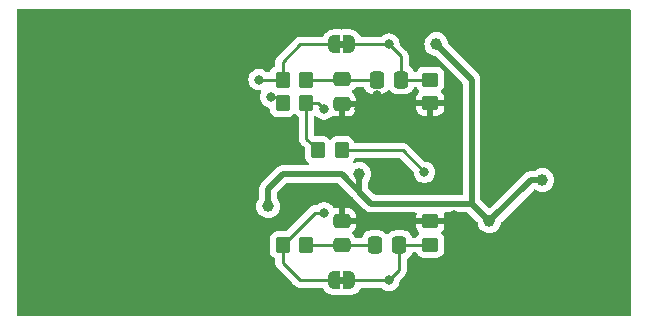
<source format=gbl>
%TF.GenerationSoftware,KiCad,Pcbnew,7.0.5*%
%TF.CreationDate,2024-03-22T22:58:55+01:00*%
%TF.ProjectId,anemometer,616e656d-6f6d-4657-9465-722e6b696361,rev?*%
%TF.SameCoordinates,Original*%
%TF.FileFunction,Copper,L2,Bot*%
%TF.FilePolarity,Positive*%
%FSLAX46Y46*%
G04 Gerber Fmt 4.6, Leading zero omitted, Abs format (unit mm)*
G04 Created by KiCad (PCBNEW 7.0.5) date 2024-03-22 22:58:55*
%MOMM*%
%LPD*%
G01*
G04 APERTURE LIST*
G04 Aperture macros list*
%AMRoundRect*
0 Rectangle with rounded corners*
0 $1 Rounding radius*
0 $2 $3 $4 $5 $6 $7 $8 $9 X,Y pos of 4 corners*
0 Add a 4 corners polygon primitive as box body*
4,1,4,$2,$3,$4,$5,$6,$7,$8,$9,$2,$3,0*
0 Add four circle primitives for the rounded corners*
1,1,$1+$1,$2,$3*
1,1,$1+$1,$4,$5*
1,1,$1+$1,$6,$7*
1,1,$1+$1,$8,$9*
0 Add four rect primitives between the rounded corners*
20,1,$1+$1,$2,$3,$4,$5,0*
20,1,$1+$1,$4,$5,$6,$7,0*
20,1,$1+$1,$6,$7,$8,$9,0*
20,1,$1+$1,$8,$9,$2,$3,0*%
%AMFreePoly0*
4,1,19,0.500000,-0.750000,0.000000,-0.750000,0.000000,-0.744911,-0.071157,-0.744911,-0.207708,-0.704816,-0.327430,-0.627875,-0.420627,-0.520320,-0.479746,-0.390866,-0.500000,-0.250000,-0.500000,0.250000,-0.479746,0.390866,-0.420627,0.520320,-0.327430,0.627875,-0.207708,0.704816,-0.071157,0.744911,0.000000,0.744911,0.000000,0.750000,0.500000,0.750000,0.500000,-0.750000,0.500000,-0.750000,
$1*%
%AMFreePoly1*
4,1,19,0.000000,0.744911,0.071157,0.744911,0.207708,0.704816,0.327430,0.627875,0.420627,0.520320,0.479746,0.390866,0.500000,0.250000,0.500000,-0.250000,0.479746,-0.390866,0.420627,-0.520320,0.327430,-0.627875,0.207708,-0.704816,0.071157,-0.744911,0.000000,-0.744911,0.000000,-0.750000,-0.500000,-0.750000,-0.500000,0.750000,0.000000,0.750000,0.000000,0.744911,0.000000,0.744911,
$1*%
G04 Aperture macros list end*
%TA.AperFunction,SMDPad,CuDef*%
%ADD10RoundRect,0.250000X0.475000X-0.337500X0.475000X0.337500X-0.475000X0.337500X-0.475000X-0.337500X0*%
%TD*%
%TA.AperFunction,SMDPad,CuDef*%
%ADD11RoundRect,0.250000X0.450000X-0.350000X0.450000X0.350000X-0.450000X0.350000X-0.450000X-0.350000X0*%
%TD*%
%TA.AperFunction,SMDPad,CuDef*%
%ADD12FreePoly0,0.000000*%
%TD*%
%TA.AperFunction,SMDPad,CuDef*%
%ADD13FreePoly1,0.000000*%
%TD*%
%TA.AperFunction,SMDPad,CuDef*%
%ADD14RoundRect,0.250000X0.350000X0.450000X-0.350000X0.450000X-0.350000X-0.450000X0.350000X-0.450000X0*%
%TD*%
%TA.AperFunction,SMDPad,CuDef*%
%ADD15RoundRect,0.250000X0.337500X0.475000X-0.337500X0.475000X-0.337500X-0.475000X0.337500X-0.475000X0*%
%TD*%
%TA.AperFunction,SMDPad,CuDef*%
%ADD16RoundRect,0.250000X-0.350000X-0.450000X0.350000X-0.450000X0.350000X0.450000X-0.350000X0.450000X0*%
%TD*%
%TA.AperFunction,SMDPad,CuDef*%
%ADD17RoundRect,0.250000X-0.450000X0.350000X-0.450000X-0.350000X0.450000X-0.350000X0.450000X0.350000X0*%
%TD*%
%TA.AperFunction,SMDPad,CuDef*%
%ADD18RoundRect,0.250000X-0.475000X0.337500X-0.475000X-0.337500X0.475000X-0.337500X0.475000X0.337500X0*%
%TD*%
%TA.AperFunction,ViaPad*%
%ADD19C,0.800000*%
%TD*%
%TA.AperFunction,ViaPad*%
%ADD20C,1.000000*%
%TD*%
%TA.AperFunction,Conductor*%
%ADD21C,0.250000*%
%TD*%
%TA.AperFunction,Conductor*%
%ADD22C,0.500000*%
%TD*%
%ADD23C,0.350000*%
G04 APERTURE END LIST*
%TA.AperFunction,EtchedComponent*%
%TO.C,EN_Filter1*%
G36*
X96250000Y-102300000D02*
G01*
X95750000Y-102300000D01*
X95750000Y-101700000D01*
X96250000Y-101700000D01*
X96250000Y-102300000D01*
G37*
%TD.AperFunction*%
%TA.AperFunction,EtchedComponent*%
%TO.C,EN_Filter2*%
G36*
X96250000Y-82300000D02*
G01*
X95750000Y-82300000D01*
X95750000Y-81700000D01*
X96250000Y-81700000D01*
X96250000Y-82300000D01*
G37*
%TD.AperFunction*%
%TD*%
D10*
%TO.P,C4,1*%
%TO.N,Net-(C3-Pad2)*%
X96000000Y-99037500D03*
%TO.P,C4,2*%
%TO.N,GND*%
X96000000Y-96962500D03*
%TD*%
D11*
%TO.P,R8,1*%
%TO.N,Net-(EN_Filter1-B)*%
X103500000Y-99000000D03*
%TO.P,R8,2*%
%TO.N,GND*%
X103500000Y-97000000D03*
%TD*%
D12*
%TO.P,EN_Filter1,1,A*%
%TO.N,Net-(EN_Filter1-A)*%
X95350000Y-102000000D03*
D13*
%TO.P,EN_Filter1,2,B*%
%TO.N,Net-(EN_Filter1-B)*%
X96650000Y-102000000D03*
%TD*%
D14*
%TO.P,R14,1*%
%TO.N,Net-(C5-Pad2)*%
X93000000Y-85000000D03*
%TO.P,R14,2*%
%TO.N,Net-(EN_Filter2-A)*%
X91000000Y-85000000D03*
%TD*%
D15*
%TO.P,C3,1*%
%TO.N,Net-(EN_Filter1-B)*%
X100887500Y-99000000D03*
%TO.P,C3,2*%
%TO.N,Net-(C3-Pad2)*%
X98812500Y-99000000D03*
%TD*%
D16*
%TO.P,R16,1*%
%TO.N,Net-(EN_Filter2-A)*%
X91000000Y-87000000D03*
%TO.P,R16,2*%
%TO.N,Net-(S2_EN2-A)*%
X93000000Y-87000000D03*
%TD*%
%TO.P,R12,1*%
%TO.N,Net-(S2_EN2-A)*%
X94000000Y-91000000D03*
%TO.P,R12,2*%
%TO.N,Sig1*%
X96000000Y-91000000D03*
%TD*%
D17*
%TO.P,R15,1*%
%TO.N,Net-(EN_Filter2-B)*%
X103500000Y-85000000D03*
%TO.P,R15,2*%
%TO.N,GND*%
X103500000Y-87000000D03*
%TD*%
D18*
%TO.P,C6,1*%
%TO.N,Net-(C5-Pad2)*%
X96000000Y-84962500D03*
%TO.P,C6,2*%
%TO.N,GND*%
X96000000Y-87037500D03*
%TD*%
D12*
%TO.P,EN_Filter2,1,A*%
%TO.N,Net-(EN_Filter2-A)*%
X95350000Y-82000000D03*
D13*
%TO.P,EN_Filter2,2,B*%
%TO.N,Net-(EN_Filter2-B)*%
X96650000Y-82000000D03*
%TD*%
D14*
%TO.P,R7,1*%
%TO.N,Net-(C3-Pad2)*%
X93000000Y-99000000D03*
%TO.P,R7,2*%
%TO.N,Net-(EN_Filter1-A)*%
X91000000Y-99000000D03*
%TD*%
D15*
%TO.P,C5,1*%
%TO.N,Net-(EN_Filter2-B)*%
X101037500Y-85000000D03*
%TO.P,C5,2*%
%TO.N,Net-(C5-Pad2)*%
X98962500Y-85000000D03*
%TD*%
D19*
%TO.N,GND*%
X104000000Y-90000000D03*
X86500000Y-88500000D03*
X72000000Y-89000000D03*
X90000000Y-90500000D03*
X104000000Y-88500000D03*
X85000000Y-86000000D03*
X89500000Y-100500000D03*
X115000000Y-99000000D03*
X89500000Y-99000000D03*
X104500000Y-100500000D03*
X105000000Y-98000000D03*
X103000000Y-88500000D03*
X113500000Y-90500000D03*
X99000000Y-86324500D03*
X90000000Y-89500000D03*
X105500000Y-96500000D03*
X72500000Y-87500000D03*
X115000000Y-97000000D03*
X75500000Y-85500000D03*
X99000000Y-87500000D03*
X90168062Y-97331938D03*
X74500000Y-97500000D03*
X113000000Y-97000000D03*
X97500000Y-87500000D03*
X72000000Y-96500000D03*
X72000000Y-90500000D03*
X74500000Y-87000000D03*
X103000000Y-90000000D03*
X73000000Y-97500000D03*
X86000000Y-85000000D03*
X85500000Y-89000000D03*
X97472126Y-86280670D03*
X84000000Y-87000000D03*
X79000000Y-96000000D03*
%TO.N,Net-(EN_Filter1-B)*%
X100000000Y-102000000D03*
%TO.N,Net-(EN_Filter2-B)*%
X100000000Y-82000000D03*
D20*
%TO.N,+5V*%
X108500000Y-97000000D03*
X89768750Y-95731250D03*
X113000000Y-93500000D03*
X104000000Y-82000000D03*
X97500000Y-93000000D03*
D19*
%TO.N,Net-(EN_Filter1-A)*%
X94500000Y-96275500D03*
%TO.N,Net-(EN_Filter2-A)*%
X89000000Y-85000000D03*
X90000000Y-86487701D03*
%TO.N,Net-(S2_EN2-A)*%
X94500000Y-87500000D03*
%TO.N,Sig1*%
X103000000Y-92849500D03*
%TD*%
D21*
%TO.N,Net-(C3-Pad2)*%
X95812500Y-99000000D02*
X95850000Y-98962500D01*
X95887500Y-99000000D02*
X95850000Y-98962500D01*
X93000000Y-99000000D02*
X98812500Y-99000000D01*
%TO.N,Net-(EN_Filter1-B)*%
X100887500Y-101112500D02*
X100887500Y-99000000D01*
X100000000Y-102000000D02*
X100887500Y-101112500D01*
X103500000Y-99000000D02*
X100887500Y-99000000D01*
X100000000Y-102000000D02*
X96650000Y-102000000D01*
%TO.N,Net-(C5-Pad2)*%
X98618750Y-85000000D02*
X95731250Y-85000000D01*
X95731250Y-85000000D02*
X95693750Y-84962500D01*
X95656250Y-85000000D02*
X95693750Y-84962500D01*
X92693750Y-85000000D02*
X95656250Y-85000000D01*
%TO.N,Net-(EN_Filter2-B)*%
X100000000Y-82000000D02*
X101037500Y-83037500D01*
X103693750Y-85000000D02*
X100693750Y-85000000D01*
X100000000Y-82000000D02*
X96650000Y-82000000D01*
X101037500Y-83037500D02*
X101037500Y-85000000D01*
D22*
%TO.N,+5V*%
X98000000Y-95000000D02*
X98500000Y-95500000D01*
X96000000Y-93000000D02*
X98000000Y-95000000D01*
X107000000Y-85000000D02*
X107000000Y-95500000D01*
X89768750Y-94231250D02*
X91000000Y-93000000D01*
X112000000Y-93500000D02*
X108500000Y-97000000D01*
X97500000Y-93000000D02*
X97500000Y-94500000D01*
X89768750Y-95731250D02*
X89768750Y-94231250D01*
X98500000Y-95500000D02*
X107000000Y-95500000D01*
X91000000Y-93000000D02*
X96000000Y-93000000D01*
X104000000Y-82000000D02*
X107000000Y-85000000D01*
X113000000Y-93500000D02*
X112000000Y-93500000D01*
X97500000Y-94500000D02*
X98000000Y-95000000D01*
X107000000Y-95500000D02*
X108500000Y-97000000D01*
D21*
%TO.N,Net-(EN_Filter1-A)*%
X95350000Y-102000000D02*
X92500000Y-102000000D01*
X94500000Y-96275500D02*
X93724500Y-96275500D01*
X92500000Y-102000000D02*
X91000000Y-100500000D01*
X93724500Y-96275500D02*
X91000000Y-99000000D01*
X91000000Y-100500000D02*
X91000000Y-99000000D01*
%TO.N,Net-(EN_Filter2-A)*%
X90000000Y-86487701D02*
X90487701Y-86487701D01*
X91000000Y-85000000D02*
X89000000Y-85000000D01*
X90693750Y-85000000D02*
X91000000Y-84693750D01*
X91000000Y-83500000D02*
X91000000Y-85000000D01*
X90487701Y-86487701D02*
X91000000Y-87000000D01*
X95350000Y-82000000D02*
X92500000Y-82000000D01*
X92500000Y-82000000D02*
X91000000Y-83500000D01*
%TO.N,Net-(S2_EN2-A)*%
X93000000Y-89000000D02*
X93000000Y-87000000D01*
X93000000Y-87000000D02*
X94000000Y-87000000D01*
X94000000Y-87000000D02*
X94500000Y-87500000D01*
X93000000Y-90000000D02*
X94000000Y-91000000D01*
X93000000Y-89000000D02*
X93000000Y-90000000D01*
%TO.N,Sig1*%
X101150500Y-91000000D02*
X103000000Y-92849500D01*
X96000000Y-91000000D02*
X101150500Y-91000000D01*
%TD*%
%TA.AperFunction,Conductor*%
%TO.N,GND*%
G36*
X120442539Y-79020185D02*
G01*
X120488294Y-79072989D01*
X120499500Y-79124500D01*
X120499500Y-104875500D01*
X120479815Y-104942539D01*
X120427011Y-104988294D01*
X120375500Y-104999500D01*
X68624500Y-104999500D01*
X68557461Y-104979815D01*
X68511706Y-104927011D01*
X68500500Y-104875500D01*
X68500500Y-99500001D01*
X89899500Y-99500001D01*
X89899501Y-99500019D01*
X89910000Y-99602796D01*
X89910001Y-99602799D01*
X89945689Y-99710496D01*
X89965186Y-99769334D01*
X90057288Y-99918656D01*
X90181344Y-100042712D01*
X90315597Y-100125519D01*
X90362321Y-100177465D01*
X90374500Y-100231057D01*
X90374500Y-100417255D01*
X90372775Y-100432872D01*
X90373061Y-100432899D01*
X90372326Y-100440666D01*
X90374469Y-100508846D01*
X90374500Y-100510793D01*
X90374500Y-100539343D01*
X90374501Y-100539360D01*
X90375368Y-100546231D01*
X90375826Y-100552050D01*
X90377290Y-100598624D01*
X90377291Y-100598627D01*
X90382880Y-100617867D01*
X90386824Y-100636911D01*
X90389336Y-100656791D01*
X90406490Y-100700119D01*
X90408382Y-100705647D01*
X90421382Y-100750390D01*
X90429924Y-100764835D01*
X90431580Y-100767634D01*
X90440138Y-100785103D01*
X90447514Y-100803732D01*
X90474898Y-100841423D01*
X90478106Y-100846307D01*
X90501827Y-100886416D01*
X90501833Y-100886424D01*
X90515990Y-100900580D01*
X90528628Y-100915376D01*
X90540405Y-100931586D01*
X90540406Y-100931587D01*
X90576309Y-100961288D01*
X90580620Y-100965210D01*
X91803665Y-102188256D01*
X91999197Y-102383788D01*
X92009022Y-102396051D01*
X92009243Y-102395869D01*
X92014211Y-102401874D01*
X92063932Y-102448566D01*
X92065332Y-102449923D01*
X92085523Y-102470115D01*
X92085527Y-102470118D01*
X92085529Y-102470120D01*
X92091011Y-102474373D01*
X92095443Y-102478157D01*
X92129418Y-102510062D01*
X92146976Y-102519714D01*
X92163235Y-102530395D01*
X92179064Y-102542673D01*
X92221838Y-102561182D01*
X92227056Y-102563738D01*
X92267908Y-102586197D01*
X92287316Y-102591180D01*
X92305717Y-102597480D01*
X92324104Y-102605437D01*
X92367488Y-102612308D01*
X92370119Y-102612725D01*
X92375839Y-102613909D01*
X92420981Y-102625500D01*
X92441016Y-102625500D01*
X92460414Y-102627026D01*
X92480194Y-102630159D01*
X92480195Y-102630160D01*
X92480195Y-102630159D01*
X92480196Y-102630160D01*
X92526583Y-102625775D01*
X92532422Y-102625500D01*
X94336242Y-102625500D01*
X94403281Y-102645185D01*
X94449036Y-102697988D01*
X94465095Y-102733153D01*
X94465105Y-102733171D01*
X94542896Y-102854216D01*
X94542899Y-102854220D01*
X94542903Y-102854226D01*
X94542908Y-102854231D01*
X94542912Y-102854237D01*
X94548897Y-102861144D01*
X94637057Y-102962887D01*
X94637060Y-102962890D01*
X94745830Y-103057139D01*
X94806307Y-103096004D01*
X94866778Y-103134868D01*
X94866780Y-103134868D01*
X94866784Y-103134871D01*
X94997700Y-103194658D01*
X95135655Y-103235165D01*
X95278111Y-103255647D01*
X95278114Y-103255647D01*
X95850000Y-103255647D01*
X95921961Y-103250500D01*
X95959270Y-103239544D01*
X96011848Y-103235784D01*
X96150000Y-103255647D01*
X96150003Y-103255647D01*
X96721886Y-103255647D01*
X96721889Y-103255647D01*
X96864345Y-103235165D01*
X97002300Y-103194658D01*
X97133216Y-103134871D01*
X97254170Y-103057139D01*
X97254174Y-103057136D01*
X97362943Y-102962887D01*
X97451103Y-102861144D01*
X97457088Y-102854237D01*
X97457090Y-102854233D01*
X97457097Y-102854226D01*
X97534904Y-102733155D01*
X97550964Y-102697986D01*
X97596719Y-102645184D01*
X97663758Y-102625500D01*
X99296252Y-102625500D01*
X99363291Y-102645185D01*
X99388400Y-102666526D01*
X99394126Y-102672885D01*
X99394130Y-102672889D01*
X99547265Y-102784148D01*
X99547270Y-102784151D01*
X99720192Y-102861142D01*
X99720197Y-102861144D01*
X99905354Y-102900500D01*
X99905355Y-102900500D01*
X100094644Y-102900500D01*
X100094646Y-102900500D01*
X100279803Y-102861144D01*
X100452730Y-102784151D01*
X100605871Y-102672888D01*
X100732533Y-102532216D01*
X100827179Y-102368284D01*
X100885674Y-102188256D01*
X100903321Y-102020345D01*
X100929905Y-101955732D01*
X100938952Y-101945636D01*
X101271286Y-101613302D01*
X101283548Y-101603480D01*
X101283365Y-101603259D01*
X101289373Y-101598288D01*
X101289377Y-101598286D01*
X101336149Y-101548477D01*
X101337391Y-101547197D01*
X101357620Y-101526970D01*
X101361873Y-101521486D01*
X101365650Y-101517063D01*
X101397562Y-101483082D01*
X101407214Y-101465523D01*
X101417889Y-101449272D01*
X101430174Y-101433436D01*
X101448686Y-101390652D01*
X101451242Y-101385435D01*
X101473697Y-101344592D01*
X101478680Y-101325180D01*
X101484977Y-101306791D01*
X101492938Y-101288395D01*
X101500229Y-101242353D01*
X101501408Y-101236662D01*
X101513000Y-101191519D01*
X101513000Y-101171483D01*
X101514527Y-101152082D01*
X101517660Y-101132304D01*
X101513275Y-101085915D01*
X101513000Y-101080077D01*
X101513000Y-100248347D01*
X101532685Y-100181308D01*
X101571901Y-100142810D01*
X101693656Y-100067712D01*
X101817712Y-99943656D01*
X101909814Y-99794334D01*
X101937595Y-99710495D01*
X101977368Y-99653051D01*
X102041884Y-99626228D01*
X102055301Y-99625500D01*
X102268942Y-99625500D01*
X102335981Y-99645185D01*
X102374479Y-99684401D01*
X102457288Y-99818656D01*
X102581344Y-99942712D01*
X102730666Y-100034814D01*
X102897203Y-100089999D01*
X102999991Y-100100500D01*
X104000008Y-100100499D01*
X104000016Y-100100498D01*
X104000019Y-100100498D01*
X104056302Y-100094748D01*
X104102797Y-100089999D01*
X104269334Y-100034814D01*
X104418656Y-99942712D01*
X104542712Y-99818656D01*
X104634814Y-99669334D01*
X104689999Y-99502797D01*
X104700500Y-99400009D01*
X104700499Y-98599992D01*
X104689999Y-98497203D01*
X104634814Y-98330666D01*
X104542712Y-98181344D01*
X104448695Y-98087327D01*
X104415210Y-98026004D01*
X104420194Y-97956312D01*
X104448695Y-97911964D01*
X104542317Y-97818342D01*
X104634356Y-97669124D01*
X104634358Y-97669119D01*
X104689505Y-97502697D01*
X104689506Y-97502690D01*
X104699999Y-97399986D01*
X104700000Y-97399973D01*
X104700000Y-97250000D01*
X102300001Y-97250000D01*
X102300001Y-97399986D01*
X102310494Y-97502697D01*
X102365641Y-97669119D01*
X102365643Y-97669124D01*
X102457684Y-97818345D01*
X102551304Y-97911965D01*
X102584789Y-97973288D01*
X102579805Y-98042980D01*
X102551305Y-98087326D01*
X102457288Y-98181344D01*
X102382861Y-98302011D01*
X102374481Y-98315597D01*
X102322533Y-98362321D01*
X102268942Y-98374500D01*
X102055301Y-98374500D01*
X101988262Y-98354815D01*
X101942507Y-98302011D01*
X101937596Y-98289507D01*
X101909814Y-98205666D01*
X101817712Y-98056344D01*
X101693656Y-97932288D01*
X101544334Y-97840186D01*
X101377797Y-97785001D01*
X101377795Y-97785000D01*
X101275010Y-97774500D01*
X100499998Y-97774500D01*
X100499980Y-97774501D01*
X100397203Y-97785000D01*
X100397200Y-97785001D01*
X100230668Y-97840185D01*
X100230663Y-97840187D01*
X100081342Y-97932289D01*
X99957285Y-98056346D01*
X99955537Y-98059182D01*
X99953829Y-98060717D01*
X99952807Y-98062011D01*
X99952585Y-98061836D01*
X99903589Y-98105905D01*
X99834626Y-98117126D01*
X99770544Y-98089282D01*
X99744463Y-98059182D01*
X99742714Y-98056346D01*
X99618657Y-97932289D01*
X99618656Y-97932288D01*
X99469334Y-97840186D01*
X99302797Y-97785001D01*
X99302795Y-97785000D01*
X99200010Y-97774500D01*
X98424998Y-97774500D01*
X98424980Y-97774501D01*
X98322203Y-97785000D01*
X98322200Y-97785001D01*
X98155668Y-97840185D01*
X98155663Y-97840187D01*
X98006342Y-97932289D01*
X97882289Y-98056342D01*
X97790187Y-98205663D01*
X97790185Y-98205668D01*
X97762405Y-98289504D01*
X97722632Y-98346949D01*
X97658116Y-98373772D01*
X97644699Y-98374500D01*
X97225218Y-98374500D01*
X97158179Y-98354815D01*
X97119679Y-98315597D01*
X97067712Y-98231344D01*
X96943656Y-98107288D01*
X96940342Y-98105243D01*
X96938546Y-98103248D01*
X96937989Y-98102807D01*
X96938064Y-98102711D01*
X96893618Y-98053297D01*
X96882397Y-97984334D01*
X96910240Y-97920252D01*
X96940348Y-97894165D01*
X96943342Y-97892318D01*
X97067315Y-97768345D01*
X97159356Y-97619124D01*
X97159358Y-97619119D01*
X97214505Y-97452697D01*
X97214506Y-97452690D01*
X97224999Y-97349986D01*
X97225000Y-97349973D01*
X97225000Y-97212500D01*
X95874000Y-97212500D01*
X95806961Y-97192815D01*
X95761206Y-97140011D01*
X95750000Y-97088500D01*
X95750000Y-95875000D01*
X96250000Y-95875000D01*
X96250000Y-96712500D01*
X97224999Y-96712500D01*
X97224999Y-96575028D01*
X97224998Y-96575013D01*
X97214505Y-96472302D01*
X97159358Y-96305880D01*
X97159356Y-96305875D01*
X97067315Y-96156654D01*
X96943345Y-96032684D01*
X96794124Y-95940643D01*
X96794119Y-95940641D01*
X96627697Y-95885494D01*
X96627690Y-95885493D01*
X96524986Y-95875000D01*
X96250000Y-95875000D01*
X95750000Y-95875000D01*
X95475029Y-95875000D01*
X95475010Y-95875001D01*
X95397702Y-95882899D01*
X95329009Y-95870129D01*
X95278125Y-95822248D01*
X95277844Y-95821766D01*
X95232533Y-95743284D01*
X95105871Y-95602612D01*
X95105870Y-95602611D01*
X94952734Y-95491351D01*
X94952729Y-95491348D01*
X94779807Y-95414357D01*
X94779802Y-95414355D01*
X94634000Y-95383365D01*
X94594646Y-95375000D01*
X94405354Y-95375000D01*
X94372897Y-95381898D01*
X94220197Y-95414355D01*
X94220192Y-95414357D01*
X94047270Y-95491348D01*
X94047265Y-95491351D01*
X93894130Y-95602610D01*
X93894123Y-95602617D01*
X93889684Y-95607547D01*
X93830196Y-95644192D01*
X93791629Y-95647521D01*
X93791631Y-95647582D01*
X93790524Y-95647616D01*
X93785865Y-95648019D01*
X93783834Y-95647826D01*
X93715653Y-95649969D01*
X93713706Y-95650000D01*
X93685149Y-95650000D01*
X93678266Y-95650869D01*
X93672449Y-95651326D01*
X93625873Y-95652790D01*
X93606629Y-95658381D01*
X93587579Y-95662325D01*
X93567711Y-95664834D01*
X93524384Y-95681988D01*
X93518858Y-95683879D01*
X93474114Y-95696879D01*
X93474110Y-95696881D01*
X93456866Y-95707079D01*
X93439405Y-95715633D01*
X93420774Y-95723010D01*
X93420762Y-95723017D01*
X93383070Y-95750402D01*
X93378187Y-95753609D01*
X93338080Y-95777329D01*
X93323914Y-95791495D01*
X93309124Y-95804127D01*
X93292914Y-95815904D01*
X93292911Y-95815907D01*
X93263210Y-95851809D01*
X93259277Y-95856131D01*
X91352227Y-97763181D01*
X91290904Y-97796666D01*
X91264546Y-97799500D01*
X90599998Y-97799500D01*
X90599980Y-97799501D01*
X90497203Y-97810000D01*
X90497200Y-97810001D01*
X90330668Y-97865185D01*
X90330663Y-97865187D01*
X90181342Y-97957289D01*
X90057289Y-98081342D01*
X89965187Y-98230663D01*
X89965185Y-98230666D01*
X89965186Y-98230666D01*
X89910001Y-98397203D01*
X89910001Y-98397204D01*
X89910000Y-98397204D01*
X89899500Y-98499983D01*
X89899500Y-99500001D01*
X68500500Y-99500001D01*
X68500500Y-85000000D01*
X88094540Y-85000000D01*
X88114326Y-85188256D01*
X88114327Y-85188259D01*
X88172818Y-85368277D01*
X88172821Y-85368284D01*
X88267467Y-85532216D01*
X88353529Y-85627797D01*
X88394129Y-85672888D01*
X88547265Y-85784148D01*
X88547270Y-85784151D01*
X88720192Y-85861142D01*
X88720197Y-85861144D01*
X88905354Y-85900500D01*
X88905355Y-85900500D01*
X89084439Y-85900500D01*
X89151478Y-85920185D01*
X89197233Y-85972989D01*
X89207177Y-86042147D01*
X89191826Y-86086498D01*
X89184068Y-86099935D01*
X89172821Y-86119416D01*
X89172818Y-86119423D01*
X89114327Y-86299441D01*
X89114326Y-86299445D01*
X89094540Y-86487701D01*
X89114326Y-86675957D01*
X89114327Y-86675960D01*
X89172818Y-86855978D01*
X89172821Y-86855985D01*
X89267467Y-87019917D01*
X89368132Y-87131716D01*
X89394129Y-87160589D01*
X89547265Y-87271849D01*
X89547270Y-87271852D01*
X89720197Y-87348845D01*
X89801283Y-87366080D01*
X89862762Y-87399270D01*
X89896539Y-87460433D01*
X89899500Y-87487361D01*
X89899500Y-87499997D01*
X89899501Y-87500019D01*
X89910000Y-87602796D01*
X89910001Y-87602799D01*
X89938319Y-87688256D01*
X89965186Y-87769334D01*
X90057288Y-87918656D01*
X90181344Y-88042712D01*
X90330666Y-88134814D01*
X90497203Y-88189999D01*
X90599991Y-88200500D01*
X91400008Y-88200499D01*
X91400016Y-88200498D01*
X91400019Y-88200498D01*
X91456302Y-88194748D01*
X91502797Y-88189999D01*
X91669334Y-88134814D01*
X91818656Y-88042712D01*
X91912319Y-87949049D01*
X91973642Y-87915564D01*
X92043334Y-87920548D01*
X92087680Y-87949048D01*
X92181344Y-88042712D01*
X92315597Y-88125519D01*
X92362321Y-88177465D01*
X92374500Y-88231057D01*
X92374500Y-89917255D01*
X92372775Y-89932872D01*
X92373061Y-89932899D01*
X92372326Y-89940666D01*
X92374469Y-90008846D01*
X92374500Y-90010793D01*
X92374500Y-90039343D01*
X92374501Y-90039360D01*
X92375368Y-90046231D01*
X92375826Y-90052050D01*
X92377290Y-90098624D01*
X92377291Y-90098627D01*
X92382880Y-90117867D01*
X92386824Y-90136911D01*
X92389336Y-90156792D01*
X92406490Y-90200119D01*
X92408382Y-90205647D01*
X92421381Y-90250388D01*
X92431580Y-90267634D01*
X92440138Y-90285103D01*
X92447514Y-90303732D01*
X92474898Y-90341423D01*
X92478106Y-90346307D01*
X92501827Y-90386416D01*
X92501833Y-90386424D01*
X92515990Y-90400580D01*
X92528628Y-90415376D01*
X92540405Y-90431586D01*
X92540406Y-90431587D01*
X92576309Y-90461288D01*
X92580620Y-90465210D01*
X92721940Y-90606530D01*
X92863181Y-90747771D01*
X92896666Y-90809094D01*
X92899500Y-90835452D01*
X92899500Y-91500001D01*
X92899501Y-91500019D01*
X92910000Y-91602796D01*
X92910001Y-91602799D01*
X92965185Y-91769331D01*
X92965186Y-91769334D01*
X93055380Y-91915563D01*
X93057289Y-91918657D01*
X93176451Y-92037819D01*
X93209936Y-92099142D01*
X93204952Y-92168834D01*
X93163080Y-92224767D01*
X93097616Y-92249184D01*
X93088770Y-92249500D01*
X91063705Y-92249500D01*
X91045735Y-92248191D01*
X91021972Y-92244710D01*
X90976890Y-92248655D01*
X90969933Y-92249264D01*
X90964532Y-92249500D01*
X90956283Y-92249500D01*
X90924589Y-92253204D01*
X90922821Y-92253385D01*
X90905405Y-92254909D01*
X90847199Y-92260001D01*
X90840133Y-92261461D01*
X90840121Y-92261404D01*
X90832754Y-92263038D01*
X90832768Y-92263094D01*
X90825745Y-92264758D01*
X90754424Y-92290715D01*
X90752724Y-92291306D01*
X90680666Y-92315185D01*
X90674119Y-92318238D01*
X90674094Y-92318186D01*
X90667314Y-92321468D01*
X90667340Y-92321520D01*
X90660882Y-92324763D01*
X90597483Y-92366460D01*
X90595965Y-92367428D01*
X90531346Y-92407287D01*
X90525677Y-92411770D01*
X90525641Y-92411724D01*
X90519798Y-92416484D01*
X90519835Y-92416528D01*
X90514309Y-92421164D01*
X90462213Y-92476381D01*
X90460957Y-92477674D01*
X89283108Y-93655522D01*
X89269479Y-93667301D01*
X89250218Y-93681640D01*
X89216648Y-93721647D01*
X89213003Y-93725626D01*
X89207157Y-93731473D01*
X89187368Y-93756501D01*
X89186231Y-93757897D01*
X89137444Y-93816040D01*
X89133479Y-93822069D01*
X89133432Y-93822038D01*
X89129380Y-93828397D01*
X89129429Y-93828427D01*
X89125639Y-93834571D01*
X89093562Y-93903360D01*
X89092777Y-93904981D01*
X89058707Y-93972822D01*
X89056238Y-93979607D01*
X89056182Y-93979586D01*
X89053710Y-93986700D01*
X89053765Y-93986719D01*
X89051493Y-93993575D01*
X89036141Y-94067920D01*
X89035751Y-94069678D01*
X89018249Y-94143529D01*
X89017411Y-94150704D01*
X89017351Y-94150697D01*
X89016585Y-94158195D01*
X89016645Y-94158201D01*
X89016015Y-94165390D01*
X89018224Y-94241280D01*
X89018250Y-94243083D01*
X89018250Y-95024271D01*
X88998565Y-95091310D01*
X88990103Y-95102936D01*
X88932841Y-95172710D01*
X88932836Y-95172717D01*
X88839938Y-95346516D01*
X88782725Y-95535120D01*
X88763409Y-95731250D01*
X88782725Y-95927379D01*
X88839938Y-96115983D01*
X88932836Y-96289782D01*
X88932840Y-96289789D01*
X89057866Y-96442133D01*
X89210210Y-96567159D01*
X89210217Y-96567163D01*
X89384016Y-96660061D01*
X89384019Y-96660061D01*
X89384023Y-96660064D01*
X89572618Y-96717274D01*
X89768750Y-96736591D01*
X89964882Y-96717274D01*
X90153477Y-96660064D01*
X90327288Y-96567160D01*
X90479633Y-96442133D01*
X90604660Y-96289788D01*
X90651111Y-96202882D01*
X90697561Y-96115983D01*
X90697561Y-96115982D01*
X90697564Y-96115977D01*
X90754774Y-95927382D01*
X90774091Y-95731250D01*
X90754774Y-95535118D01*
X90697564Y-95346523D01*
X90697561Y-95346519D01*
X90697561Y-95346516D01*
X90604663Y-95172717D01*
X90604661Y-95172715D01*
X90604660Y-95172712D01*
X90575984Y-95137770D01*
X90547397Y-95102936D01*
X90520084Y-95038626D01*
X90519250Y-95024271D01*
X90519250Y-94593479D01*
X90538935Y-94526440D01*
X90555569Y-94505798D01*
X91274548Y-93786819D01*
X91335871Y-93753334D01*
X91362229Y-93750500D01*
X95637770Y-93750500D01*
X95704809Y-93770185D01*
X95725451Y-93786819D01*
X96906141Y-94967509D01*
X96916482Y-94980202D01*
X96916528Y-94980164D01*
X96921173Y-94985699D01*
X96976363Y-95037768D01*
X96977657Y-95039025D01*
X97924270Y-95985638D01*
X97936051Y-95999270D01*
X97950388Y-96018528D01*
X97990409Y-96052111D01*
X97994397Y-96055766D01*
X98000217Y-96061586D01*
X98000222Y-96061590D01*
X98000223Y-96061591D01*
X98025263Y-96081390D01*
X98026644Y-96082515D01*
X98084786Y-96131302D01*
X98084787Y-96131302D01*
X98084789Y-96131304D01*
X98090818Y-96135270D01*
X98090785Y-96135319D01*
X98097147Y-96139372D01*
X98097179Y-96139321D01*
X98103319Y-96143108D01*
X98103323Y-96143111D01*
X98132366Y-96156654D01*
X98172137Y-96175200D01*
X98173760Y-96175986D01*
X98241562Y-96210038D01*
X98248357Y-96212511D01*
X98248336Y-96212567D01*
X98255457Y-96215043D01*
X98255476Y-96214986D01*
X98262319Y-96217253D01*
X98262327Y-96217257D01*
X98336748Y-96232623D01*
X98338371Y-96232983D01*
X98412279Y-96250500D01*
X98412280Y-96250500D01*
X98412284Y-96250501D01*
X98419453Y-96251339D01*
X98419446Y-96251398D01*
X98426944Y-96252164D01*
X98426950Y-96252105D01*
X98434139Y-96252734D01*
X98434143Y-96252733D01*
X98434144Y-96252734D01*
X98462229Y-96251916D01*
X98510032Y-96250526D01*
X98511835Y-96250500D01*
X102220557Y-96250500D01*
X102287596Y-96270185D01*
X102333351Y-96322989D01*
X102343295Y-96392147D01*
X102338263Y-96413504D01*
X102310494Y-96497302D01*
X102310493Y-96497309D01*
X102300000Y-96600013D01*
X102300000Y-96600026D01*
X102299999Y-96750000D01*
X104699999Y-96750000D01*
X104699999Y-96600028D01*
X104699998Y-96600013D01*
X104689506Y-96497304D01*
X104661737Y-96413505D01*
X104659335Y-96343676D01*
X104695066Y-96283634D01*
X104757587Y-96252441D01*
X104779443Y-96250500D01*
X106637770Y-96250500D01*
X106704809Y-96270185D01*
X106725451Y-96286819D01*
X107469405Y-97030773D01*
X107502890Y-97092096D01*
X107505127Y-97106298D01*
X107513975Y-97196129D01*
X107513976Y-97196132D01*
X107560647Y-97349986D01*
X107571188Y-97384733D01*
X107664086Y-97558532D01*
X107664090Y-97558539D01*
X107789116Y-97710883D01*
X107941460Y-97835909D01*
X107941467Y-97835913D01*
X108115266Y-97928811D01*
X108115269Y-97928811D01*
X108115273Y-97928814D01*
X108303868Y-97986024D01*
X108500000Y-98005341D01*
X108696132Y-97986024D01*
X108884727Y-97928814D01*
X108900746Y-97920252D01*
X108971632Y-97882361D01*
X109058538Y-97835910D01*
X109210883Y-97710883D01*
X109335910Y-97558538D01*
X109428814Y-97384727D01*
X109486024Y-97196132D01*
X109494872Y-97106298D01*
X109521031Y-97041513D01*
X109530584Y-97030782D01*
X112243354Y-94318012D01*
X112304675Y-94284529D01*
X112374367Y-94289513D01*
X112409698Y-94309842D01*
X112441460Y-94335909D01*
X112441467Y-94335913D01*
X112615266Y-94428811D01*
X112615269Y-94428811D01*
X112615273Y-94428814D01*
X112803868Y-94486024D01*
X113000000Y-94505341D01*
X113196132Y-94486024D01*
X113384727Y-94428814D01*
X113558538Y-94335910D01*
X113710883Y-94210883D01*
X113835910Y-94058538D01*
X113918410Y-93904192D01*
X113928811Y-93884733D01*
X113928811Y-93884732D01*
X113928814Y-93884727D01*
X113986024Y-93696132D01*
X114005341Y-93500000D01*
X113986024Y-93303868D01*
X113928814Y-93115273D01*
X113928811Y-93115269D01*
X113928811Y-93115266D01*
X113835913Y-92941467D01*
X113835909Y-92941460D01*
X113710883Y-92789116D01*
X113558539Y-92664090D01*
X113558532Y-92664086D01*
X113384733Y-92571188D01*
X113384727Y-92571186D01*
X113196132Y-92513976D01*
X113196129Y-92513975D01*
X113000000Y-92494659D01*
X112803870Y-92513975D01*
X112615266Y-92571188D01*
X112441467Y-92664086D01*
X112441460Y-92664090D01*
X112371687Y-92721353D01*
X112307377Y-92748666D01*
X112293022Y-92749500D01*
X112063705Y-92749500D01*
X112045735Y-92748191D01*
X112021972Y-92744710D01*
X111976890Y-92748655D01*
X111969933Y-92749264D01*
X111964532Y-92749500D01*
X111956283Y-92749500D01*
X111924589Y-92753204D01*
X111922821Y-92753385D01*
X111905405Y-92754909D01*
X111847199Y-92760001D01*
X111840133Y-92761461D01*
X111840121Y-92761404D01*
X111832752Y-92763038D01*
X111832766Y-92763095D01*
X111825738Y-92764760D01*
X111754406Y-92790723D01*
X111752705Y-92791314D01*
X111680675Y-92815182D01*
X111674128Y-92818236D01*
X111674102Y-92818182D01*
X111667306Y-92821472D01*
X111667332Y-92821524D01*
X111660879Y-92824764D01*
X111597443Y-92866486D01*
X111595923Y-92867455D01*
X111531347Y-92907286D01*
X111525682Y-92911766D01*
X111525646Y-92911720D01*
X111519798Y-92916484D01*
X111519835Y-92916528D01*
X111514309Y-92921164D01*
X111462212Y-92976382D01*
X111460957Y-92977675D01*
X108587681Y-95850951D01*
X108526358Y-95884436D01*
X108456666Y-95879452D01*
X108412319Y-95850951D01*
X107786819Y-95225451D01*
X107753334Y-95164128D01*
X107750500Y-95137770D01*
X107750500Y-85063705D01*
X107751809Y-85045735D01*
X107752129Y-85043547D01*
X107755289Y-85021977D01*
X107753366Y-85000000D01*
X107750736Y-84969934D01*
X107750500Y-84964528D01*
X107750500Y-84956296D01*
X107750500Y-84956291D01*
X107746795Y-84924602D01*
X107746618Y-84922876D01*
X107739999Y-84847203D01*
X107739999Y-84847201D01*
X107738539Y-84840129D01*
X107738597Y-84840116D01*
X107736965Y-84832757D01*
X107736906Y-84832772D01*
X107735241Y-84825751D01*
X107735241Y-84825745D01*
X107709267Y-84754382D01*
X107708691Y-84752723D01*
X107684814Y-84680666D01*
X107684810Y-84680659D01*
X107681760Y-84674118D01*
X107681815Y-84674091D01*
X107678533Y-84667313D01*
X107678480Y-84667340D01*
X107675236Y-84660881D01*
X107633529Y-84597470D01*
X107632560Y-84595949D01*
X107592710Y-84531342D01*
X107588234Y-84525682D01*
X107588281Y-84525644D01*
X107583519Y-84519799D01*
X107583474Y-84519838D01*
X107578831Y-84514305D01*
X107523616Y-84462212D01*
X107522356Y-84460989D01*
X105030593Y-81969225D01*
X104997108Y-81907902D01*
X104994871Y-81893697D01*
X104986024Y-81803868D01*
X104928814Y-81615273D01*
X104928811Y-81615269D01*
X104928811Y-81615266D01*
X104835913Y-81441467D01*
X104835909Y-81441460D01*
X104710883Y-81289116D01*
X104558539Y-81164090D01*
X104558532Y-81164086D01*
X104384733Y-81071188D01*
X104384727Y-81071186D01*
X104196132Y-81013976D01*
X104196129Y-81013975D01*
X104000000Y-80994659D01*
X103803870Y-81013975D01*
X103615266Y-81071188D01*
X103441467Y-81164086D01*
X103441460Y-81164090D01*
X103289116Y-81289116D01*
X103164090Y-81441460D01*
X103164086Y-81441467D01*
X103071188Y-81615266D01*
X103013975Y-81803870D01*
X102994659Y-82000000D01*
X103013975Y-82196129D01*
X103071188Y-82384733D01*
X103164086Y-82558532D01*
X103164090Y-82558539D01*
X103289116Y-82710883D01*
X103441460Y-82835909D01*
X103441467Y-82835913D01*
X103615266Y-82928811D01*
X103615269Y-82928811D01*
X103615273Y-82928814D01*
X103803868Y-82986024D01*
X103893697Y-82994871D01*
X103958485Y-83021031D01*
X103969225Y-83030593D01*
X106213181Y-85274548D01*
X106246666Y-85335871D01*
X106249500Y-85362229D01*
X106249500Y-94625500D01*
X106229815Y-94692539D01*
X106177011Y-94738294D01*
X106125500Y-94749500D01*
X98862229Y-94749500D01*
X98795190Y-94729815D01*
X98774548Y-94713181D01*
X98654846Y-94593479D01*
X98499777Y-94438409D01*
X98286818Y-94225450D01*
X98253333Y-94164127D01*
X98250499Y-94137769D01*
X98250499Y-93972817D01*
X98250499Y-93706973D01*
X98270184Y-93639938D01*
X98278639Y-93628321D01*
X98335910Y-93558538D01*
X98428814Y-93384727D01*
X98486024Y-93196132D01*
X98505341Y-93000000D01*
X98486024Y-92803868D01*
X98428814Y-92615273D01*
X98428811Y-92615269D01*
X98428811Y-92615266D01*
X98335913Y-92441467D01*
X98335909Y-92441460D01*
X98210883Y-92289116D01*
X98058539Y-92164090D01*
X98058532Y-92164086D01*
X97884733Y-92071188D01*
X97884727Y-92071186D01*
X97696132Y-92013976D01*
X97696129Y-92013975D01*
X97500000Y-91994659D01*
X97303870Y-92013975D01*
X97115260Y-92071190D01*
X97111454Y-92072767D01*
X97041984Y-92080231D01*
X96979507Y-92048952D01*
X96943859Y-91988861D01*
X96946357Y-91919036D01*
X96958466Y-91893114D01*
X97034814Y-91769334D01*
X97054311Y-91710493D01*
X97094084Y-91653051D01*
X97158600Y-91626228D01*
X97172017Y-91625500D01*
X100840048Y-91625500D01*
X100907087Y-91645185D01*
X100927729Y-91661819D01*
X102061038Y-92795129D01*
X102094523Y-92856452D01*
X102096678Y-92869848D01*
X102104205Y-92941460D01*
X102114326Y-93037756D01*
X102114327Y-93037759D01*
X102172818Y-93217777D01*
X102172821Y-93217784D01*
X102267467Y-93381716D01*
X102270184Y-93384733D01*
X102394129Y-93522388D01*
X102547265Y-93633648D01*
X102547270Y-93633651D01*
X102720192Y-93710642D01*
X102720197Y-93710644D01*
X102905354Y-93750000D01*
X102905355Y-93750000D01*
X103094644Y-93750000D01*
X103094646Y-93750000D01*
X103279803Y-93710644D01*
X103452730Y-93633651D01*
X103605871Y-93522388D01*
X103732533Y-93381716D01*
X103827179Y-93217784D01*
X103885674Y-93037756D01*
X103905460Y-92849500D01*
X103885674Y-92661244D01*
X103827179Y-92481216D01*
X103732533Y-92317284D01*
X103605871Y-92176612D01*
X103605870Y-92176611D01*
X103452734Y-92065351D01*
X103452729Y-92065348D01*
X103279807Y-91988357D01*
X103279802Y-91988355D01*
X103134000Y-91957365D01*
X103094646Y-91949000D01*
X103094645Y-91949000D01*
X103035452Y-91949000D01*
X102968413Y-91929315D01*
X102947771Y-91912681D01*
X101651303Y-90616212D01*
X101641480Y-90603950D01*
X101641259Y-90604134D01*
X101636286Y-90598122D01*
X101586566Y-90551432D01*
X101585166Y-90550075D01*
X101564976Y-90529884D01*
X101559486Y-90525625D01*
X101555061Y-90521847D01*
X101521082Y-90489938D01*
X101521080Y-90489936D01*
X101521077Y-90489935D01*
X101503529Y-90480288D01*
X101487263Y-90469604D01*
X101471436Y-90457327D01*
X101471435Y-90457326D01*
X101471433Y-90457325D01*
X101428668Y-90438818D01*
X101423422Y-90436248D01*
X101382593Y-90413803D01*
X101382592Y-90413802D01*
X101363193Y-90408822D01*
X101344781Y-90402518D01*
X101326398Y-90394562D01*
X101326392Y-90394560D01*
X101280374Y-90387272D01*
X101274652Y-90386087D01*
X101229521Y-90374500D01*
X101229519Y-90374500D01*
X101209484Y-90374500D01*
X101190086Y-90372973D01*
X101182662Y-90371797D01*
X101170305Y-90369840D01*
X101170304Y-90369840D01*
X101123916Y-90374225D01*
X101118078Y-90374500D01*
X97172017Y-90374500D01*
X97104978Y-90354815D01*
X97059223Y-90302011D01*
X97054311Y-90289505D01*
X97034814Y-90230666D01*
X96942712Y-90081344D01*
X96818656Y-89957288D01*
X96669334Y-89865186D01*
X96502797Y-89810001D01*
X96502795Y-89810000D01*
X96400010Y-89799500D01*
X95599998Y-89799500D01*
X95599980Y-89799501D01*
X95497203Y-89810000D01*
X95497200Y-89810001D01*
X95330668Y-89865185D01*
X95330663Y-89865187D01*
X95181342Y-89957289D01*
X95087681Y-90050951D01*
X95026358Y-90084436D01*
X94956666Y-90079452D01*
X94912319Y-90050951D01*
X94818657Y-89957289D01*
X94818656Y-89957288D01*
X94669334Y-89865186D01*
X94502797Y-89810001D01*
X94502795Y-89810000D01*
X94400016Y-89799500D01*
X94400009Y-89799500D01*
X93749500Y-89799500D01*
X93682461Y-89779815D01*
X93636706Y-89727011D01*
X93625500Y-89675500D01*
X93625500Y-88231057D01*
X93645185Y-88164018D01*
X93684402Y-88125519D01*
X93703785Y-88113563D01*
X93771177Y-88095123D01*
X93837841Y-88116045D01*
X93861032Y-88136130D01*
X93894128Y-88172887D01*
X93894130Y-88172889D01*
X94047265Y-88284148D01*
X94047270Y-88284151D01*
X94220192Y-88361142D01*
X94220197Y-88361144D01*
X94405354Y-88400500D01*
X94405355Y-88400500D01*
X94594644Y-88400500D01*
X94594646Y-88400500D01*
X94779803Y-88361144D01*
X94952730Y-88284151D01*
X95105871Y-88172888D01*
X95153359Y-88120146D01*
X95212842Y-88083500D01*
X95282699Y-88084829D01*
X95284511Y-88085414D01*
X95372302Y-88114505D01*
X95372309Y-88114506D01*
X95475019Y-88124999D01*
X95749999Y-88124999D01*
X95750000Y-88124998D01*
X95750000Y-87287500D01*
X96250000Y-87287500D01*
X96250000Y-88124999D01*
X96524972Y-88124999D01*
X96524986Y-88124998D01*
X96627697Y-88114505D01*
X96794119Y-88059358D01*
X96794124Y-88059356D01*
X96943345Y-87967315D01*
X97067315Y-87843345D01*
X97159356Y-87694124D01*
X97159358Y-87694119D01*
X97214505Y-87527697D01*
X97214506Y-87527690D01*
X97224999Y-87424986D01*
X97225000Y-87424973D01*
X97225000Y-87287500D01*
X96250000Y-87287500D01*
X95750000Y-87287500D01*
X95750000Y-87250000D01*
X102300001Y-87250000D01*
X102300001Y-87399986D01*
X102310494Y-87502697D01*
X102365641Y-87669119D01*
X102365643Y-87669124D01*
X102457684Y-87818345D01*
X102581654Y-87942315D01*
X102730875Y-88034356D01*
X102730880Y-88034358D01*
X102897302Y-88089505D01*
X102897309Y-88089506D01*
X103000019Y-88099999D01*
X103249999Y-88099999D01*
X103250000Y-88099998D01*
X103250000Y-87250000D01*
X103750000Y-87250000D01*
X103750000Y-88099999D01*
X103999972Y-88099999D01*
X103999986Y-88099998D01*
X104102697Y-88089505D01*
X104269119Y-88034358D01*
X104269124Y-88034356D01*
X104418345Y-87942315D01*
X104542315Y-87818345D01*
X104634356Y-87669124D01*
X104634358Y-87669119D01*
X104689505Y-87502697D01*
X104689506Y-87502690D01*
X104699999Y-87399986D01*
X104700000Y-87399973D01*
X104700000Y-87250000D01*
X103750000Y-87250000D01*
X103250000Y-87250000D01*
X102300001Y-87250000D01*
X95750000Y-87250000D01*
X95750000Y-86911500D01*
X95769685Y-86844461D01*
X95822489Y-86798706D01*
X95874000Y-86787500D01*
X97224999Y-86787500D01*
X97224999Y-86650028D01*
X97224998Y-86650013D01*
X97214505Y-86547302D01*
X97159358Y-86380880D01*
X97159356Y-86380875D01*
X97067315Y-86231654D01*
X96943344Y-86107683D01*
X96943341Y-86107681D01*
X96940339Y-86105829D01*
X96938713Y-86104021D01*
X96937677Y-86103202D01*
X96937817Y-86103024D01*
X96893617Y-86053880D01*
X96882397Y-85984917D01*
X96910243Y-85920836D01*
X96940344Y-85894754D01*
X96943656Y-85892712D01*
X97067712Y-85768656D01*
X97119680Y-85684402D01*
X97171627Y-85637679D01*
X97225218Y-85625500D01*
X97794699Y-85625500D01*
X97861738Y-85645185D01*
X97907493Y-85697989D01*
X97912403Y-85710492D01*
X97936811Y-85784148D01*
X97940185Y-85794331D01*
X97940187Y-85794336D01*
X97955188Y-85818656D01*
X98032288Y-85943656D01*
X98156344Y-86067712D01*
X98305666Y-86159814D01*
X98472203Y-86214999D01*
X98574991Y-86225500D01*
X99350008Y-86225499D01*
X99350016Y-86225498D01*
X99350019Y-86225498D01*
X99406302Y-86219748D01*
X99452797Y-86214999D01*
X99619334Y-86159814D01*
X99768656Y-86067712D01*
X99892712Y-85943656D01*
X99894461Y-85940819D01*
X99896169Y-85939283D01*
X99897193Y-85937989D01*
X99897414Y-85938163D01*
X99946406Y-85894096D01*
X100015368Y-85882872D01*
X100079451Y-85910713D01*
X100105537Y-85940817D01*
X100107288Y-85943656D01*
X100231344Y-86067712D01*
X100380666Y-86159814D01*
X100547203Y-86214999D01*
X100649991Y-86225500D01*
X101425008Y-86225499D01*
X101425016Y-86225498D01*
X101425019Y-86225498D01*
X101481302Y-86219748D01*
X101527797Y-86214999D01*
X101694334Y-86159814D01*
X101843656Y-86067712D01*
X101967712Y-85943656D01*
X102059814Y-85794334D01*
X102087595Y-85710495D01*
X102127368Y-85653051D01*
X102191884Y-85626228D01*
X102205301Y-85625500D01*
X102268942Y-85625500D01*
X102335981Y-85645185D01*
X102374479Y-85684401D01*
X102447636Y-85803007D01*
X102457289Y-85818657D01*
X102551304Y-85912672D01*
X102584789Y-85973995D01*
X102579805Y-86043687D01*
X102551305Y-86088034D01*
X102457682Y-86181657D01*
X102365643Y-86330875D01*
X102365641Y-86330880D01*
X102310494Y-86497302D01*
X102310493Y-86497309D01*
X102300000Y-86600013D01*
X102300000Y-86600026D01*
X102299999Y-86750000D01*
X104699999Y-86750000D01*
X104699999Y-86600028D01*
X104699998Y-86600013D01*
X104689505Y-86497302D01*
X104634358Y-86330880D01*
X104634356Y-86330875D01*
X104542315Y-86181654D01*
X104448695Y-86088034D01*
X104415210Y-86026711D01*
X104420194Y-85957019D01*
X104448691Y-85912676D01*
X104542712Y-85818656D01*
X104634814Y-85669334D01*
X104689999Y-85502797D01*
X104700500Y-85400009D01*
X104700499Y-84599992D01*
X104700241Y-84597470D01*
X104689999Y-84497203D01*
X104689998Y-84497200D01*
X104649339Y-84374500D01*
X104634814Y-84330666D01*
X104542712Y-84181344D01*
X104418656Y-84057288D01*
X104269334Y-83965186D01*
X104102797Y-83910001D01*
X104102795Y-83910000D01*
X104000010Y-83899500D01*
X102999998Y-83899500D01*
X102999980Y-83899501D01*
X102897203Y-83910000D01*
X102897200Y-83910001D01*
X102730668Y-83965185D01*
X102730663Y-83965187D01*
X102581342Y-84057289D01*
X102457289Y-84181342D01*
X102457287Y-84181344D01*
X102457288Y-84181344D01*
X102377498Y-84310706D01*
X102374481Y-84315597D01*
X102322533Y-84362321D01*
X102268942Y-84374500D01*
X102205301Y-84374500D01*
X102138262Y-84354815D01*
X102092507Y-84302011D01*
X102087596Y-84289507D01*
X102059814Y-84205666D01*
X101967712Y-84056344D01*
X101843656Y-83932288D01*
X101721902Y-83857190D01*
X101675179Y-83805243D01*
X101663000Y-83751652D01*
X101663000Y-83120242D01*
X101664724Y-83104622D01*
X101664439Y-83104595D01*
X101665173Y-83096833D01*
X101663031Y-83028639D01*
X101663000Y-83026692D01*
X101663000Y-82998156D01*
X101663000Y-82998150D01*
X101662131Y-82991279D01*
X101661673Y-82985452D01*
X101660964Y-82962887D01*
X101660210Y-82938873D01*
X101654619Y-82919630D01*
X101650673Y-82900578D01*
X101648164Y-82880708D01*
X101631004Y-82837367D01*
X101629124Y-82831879D01*
X101616118Y-82787110D01*
X101614366Y-82784148D01*
X101605923Y-82769871D01*
X101597361Y-82752394D01*
X101589987Y-82733770D01*
X101589552Y-82733171D01*
X101562579Y-82696045D01*
X101559388Y-82691186D01*
X101535672Y-82651083D01*
X101535665Y-82651074D01*
X101521506Y-82636915D01*
X101508868Y-82622119D01*
X101497094Y-82605913D01*
X101461188Y-82576209D01*
X101456876Y-82572286D01*
X100938960Y-82054369D01*
X100905475Y-81993046D01*
X100903323Y-81979668D01*
X100885674Y-81811744D01*
X100827179Y-81631716D01*
X100732533Y-81467784D01*
X100605871Y-81327112D01*
X100605870Y-81327111D01*
X100452734Y-81215851D01*
X100452729Y-81215848D01*
X100279807Y-81138857D01*
X100279802Y-81138855D01*
X100134000Y-81107865D01*
X100094646Y-81099500D01*
X99905354Y-81099500D01*
X99872897Y-81106398D01*
X99720197Y-81138855D01*
X99720192Y-81138857D01*
X99547270Y-81215848D01*
X99547265Y-81215851D01*
X99394130Y-81327110D01*
X99394126Y-81327114D01*
X99388400Y-81333474D01*
X99328913Y-81370121D01*
X99296252Y-81374500D01*
X97663758Y-81374500D01*
X97596719Y-81354815D01*
X97550964Y-81302012D01*
X97534904Y-81266846D01*
X97534904Y-81266845D01*
X97534899Y-81266838D01*
X97534894Y-81266828D01*
X97457103Y-81145783D01*
X97457101Y-81145781D01*
X97457097Y-81145774D01*
X97451103Y-81138857D01*
X97362958Y-81037130D01*
X97362941Y-81037111D01*
X97362940Y-81037110D01*
X97254170Y-80942861D01*
X97218937Y-80920218D01*
X97133221Y-80865131D01*
X97133217Y-80865129D01*
X97133216Y-80865129D01*
X97002300Y-80805342D01*
X96904158Y-80776525D01*
X96864342Y-80764834D01*
X96721889Y-80744353D01*
X96150000Y-80744353D01*
X96149997Y-80744353D01*
X96078040Y-80749499D01*
X96040728Y-80760455D01*
X95988149Y-80764215D01*
X95850000Y-80744353D01*
X95278111Y-80744353D01*
X95278110Y-80744353D01*
X95135658Y-80764834D01*
X95135656Y-80764834D01*
X94997700Y-80805342D01*
X94866784Y-80865129D01*
X94866782Y-80865129D01*
X94745828Y-80942862D01*
X94745824Y-80942864D01*
X94637061Y-81037108D01*
X94637058Y-81037110D01*
X94542911Y-81145762D01*
X94542896Y-81145783D01*
X94465105Y-81266828D01*
X94465095Y-81266846D01*
X94449036Y-81302012D01*
X94403281Y-81354816D01*
X94336242Y-81374500D01*
X92582737Y-81374500D01*
X92567120Y-81372776D01*
X92567093Y-81373062D01*
X92559331Y-81372327D01*
X92491171Y-81374469D01*
X92489224Y-81374500D01*
X92460650Y-81374500D01*
X92459929Y-81374590D01*
X92453757Y-81375369D01*
X92447945Y-81375826D01*
X92401378Y-81377290D01*
X92401367Y-81377292D01*
X92382134Y-81382879D01*
X92363094Y-81386822D01*
X92343217Y-81389334D01*
X92343210Y-81389335D01*
X92343208Y-81389336D01*
X92343206Y-81389336D01*
X92343205Y-81389337D01*
X92299868Y-81406494D01*
X92294342Y-81408386D01*
X92249611Y-81421382D01*
X92249608Y-81421383D01*
X92232363Y-81431581D01*
X92214901Y-81440135D01*
X92196272Y-81447511D01*
X92196267Y-81447513D01*
X92158564Y-81474906D01*
X92153682Y-81478112D01*
X92113580Y-81501828D01*
X92099408Y-81516000D01*
X92084623Y-81528628D01*
X92068412Y-81540407D01*
X92038709Y-81576310D01*
X92034777Y-81580631D01*
X90616208Y-82999199D01*
X90603951Y-83009020D01*
X90604134Y-83009241D01*
X90598122Y-83014214D01*
X90551432Y-83063932D01*
X90550079Y-83065329D01*
X90529889Y-83085519D01*
X90529877Y-83085532D01*
X90525621Y-83091017D01*
X90521837Y-83095447D01*
X90489937Y-83129418D01*
X90489936Y-83129420D01*
X90480284Y-83146976D01*
X90469610Y-83163226D01*
X90457329Y-83179061D01*
X90457324Y-83179068D01*
X90438815Y-83221838D01*
X90436245Y-83227084D01*
X90413803Y-83267906D01*
X90408822Y-83287307D01*
X90402521Y-83305710D01*
X90394562Y-83324102D01*
X90394561Y-83324105D01*
X90387271Y-83370127D01*
X90386087Y-83375846D01*
X90374501Y-83420972D01*
X90374500Y-83420982D01*
X90374500Y-83441016D01*
X90372973Y-83460415D01*
X90369840Y-83480194D01*
X90369840Y-83480195D01*
X90374225Y-83526583D01*
X90374500Y-83532421D01*
X90374500Y-83768942D01*
X90354815Y-83835981D01*
X90315598Y-83874479D01*
X90258011Y-83910000D01*
X90181342Y-83957289D01*
X90057289Y-84081342D01*
X89965187Y-84230663D01*
X89965186Y-84230666D01*
X89945689Y-84289505D01*
X89905916Y-84346949D01*
X89841400Y-84373772D01*
X89827983Y-84374500D01*
X89703748Y-84374500D01*
X89636709Y-84354815D01*
X89611600Y-84333474D01*
X89605873Y-84327114D01*
X89605869Y-84327110D01*
X89452734Y-84215851D01*
X89452729Y-84215848D01*
X89279807Y-84138857D01*
X89279802Y-84138855D01*
X89124779Y-84105905D01*
X89094646Y-84099500D01*
X88905354Y-84099500D01*
X88875221Y-84105905D01*
X88720197Y-84138855D01*
X88720192Y-84138857D01*
X88547270Y-84215848D01*
X88547265Y-84215851D01*
X88394129Y-84327111D01*
X88267466Y-84467785D01*
X88172821Y-84631715D01*
X88172818Y-84631722D01*
X88114327Y-84811740D01*
X88114326Y-84811744D01*
X88094540Y-85000000D01*
X68500500Y-85000000D01*
X68500500Y-79124500D01*
X68520185Y-79057461D01*
X68572989Y-79011706D01*
X68624500Y-79000500D01*
X120375500Y-79000500D01*
X120442539Y-79020185D01*
G37*
%TD.AperFunction*%
%TD*%
D23*
X104000000Y-90000000D03*
X86500000Y-88500000D03*
X72000000Y-89000000D03*
X90000000Y-90500000D03*
X104000000Y-88500000D03*
X85000000Y-86000000D03*
X89500000Y-100500000D03*
X115000000Y-99000000D03*
X89500000Y-99000000D03*
X104500000Y-100500000D03*
X105000000Y-98000000D03*
X103000000Y-88500000D03*
X113500000Y-90500000D03*
X99000000Y-86324500D03*
X90000000Y-89500000D03*
X105500000Y-96500000D03*
X72500000Y-87500000D03*
X115000000Y-97000000D03*
X75500000Y-85500000D03*
X99000000Y-87500000D03*
X90168062Y-97331938D03*
X74500000Y-97500000D03*
X113000000Y-97000000D03*
X97500000Y-87500000D03*
X72000000Y-96500000D03*
X72000000Y-90500000D03*
X74500000Y-87000000D03*
X103000000Y-90000000D03*
X73000000Y-97500000D03*
X86000000Y-85000000D03*
X85500000Y-89000000D03*
X97472126Y-86280670D03*
X84000000Y-87000000D03*
X79000000Y-96000000D03*
X100000000Y-102000000D03*
X100000000Y-82000000D03*
X108500000Y-97000000D03*
X89768750Y-95731250D03*
X113000000Y-93500000D03*
X104000000Y-82000000D03*
X97500000Y-93000000D03*
X94500000Y-96275500D03*
X89000000Y-85000000D03*
X90000000Y-86487701D03*
X94500000Y-87500000D03*
X103000000Y-92849500D03*
M02*

</source>
